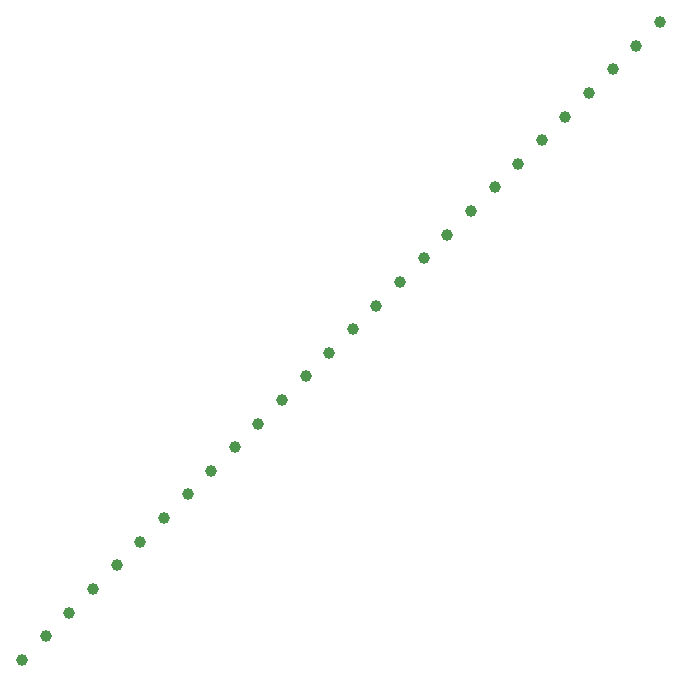
<source format=gbr>
G04 Examples for testing time performance of Gerber parsers*
%FSLAX26Y26*%
%MOMM*%
%ADD10C,1*%
%LPD*%
D10*
X0Y0D03*
X2000000Y2000000D03*
X4000000Y4000000D03*
X6000000Y6000000D03*
X8000000Y8000000D03*
X10000000Y10000000D03*
X12000000Y12000000D03*
X14000000Y14000000D03*
X16000000Y16000000D03*
X18000000Y18000000D03*
X20000000Y20000000D03*
X22000000Y22000000D03*
X24000000Y24000000D03*
X26000000Y26000000D03*
X28000000Y28000000D03*
X30000000Y30000000D03*
X32000000Y32000000D03*
X34000000Y34000000D03*
X36000000Y36000000D03*
X38000000Y38000000D03*
X40000000Y40000000D03*
X42000000Y42000000D03*
X44000000Y44000000D03*
X46000000Y46000000D03*
X48000000Y48000000D03*
X50000000Y50000000D03*
X52000000Y52000000D03*
X54000000Y54000000D03*
M02*

</source>
